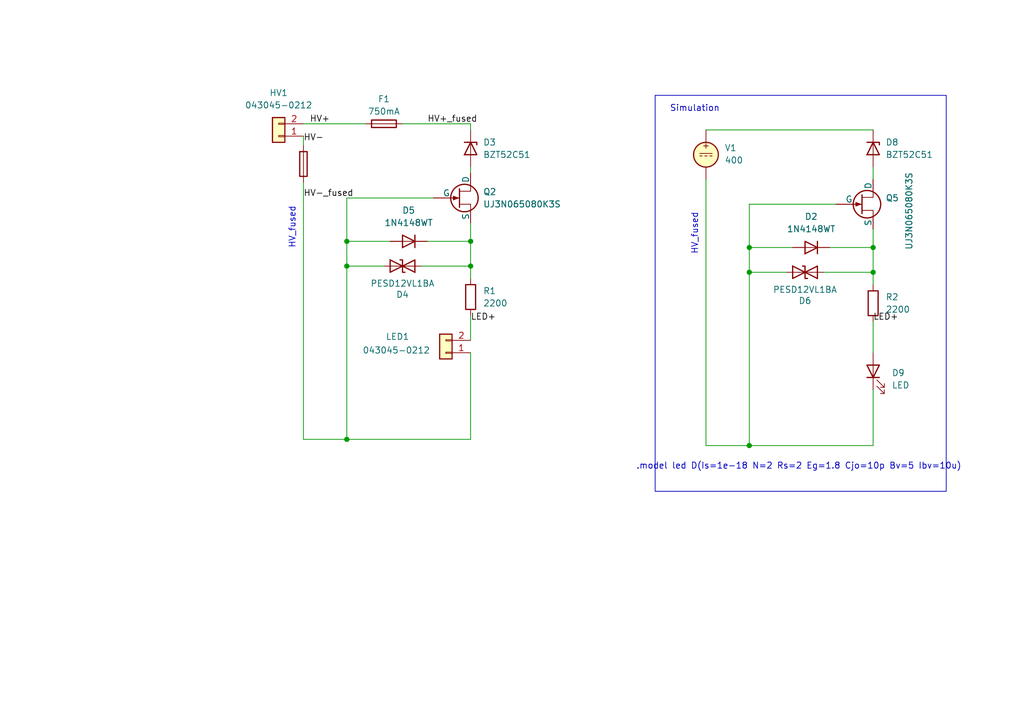
<source format=kicad_sch>
(kicad_sch (version 20250114) (generator "eeschema") (generator_version "9.0")
  (paper "A5")
  (lib_symbols
    (symbol "Connector_Generic:Conn_01x02" (pin_names (offset 1.016) (hide yes))
      (property "Reference" "J" (at 0 2.54 0))
      (property "Value" "Conn_01x02" (at 0 -5.08 0))
      (symbol "Conn_01x02_1_1"
        (rectangle (start -1.27 1.27) (end 1.27 -3.81) (stroke (width 0.254)) (fill (type background)))
        (rectangle (start -1.27 0.127) (end 0 -0.127) (stroke (width 0.1524)))
        (rectangle (start -1.27 -2.413) (end 0 -2.667) (stroke (width 0.1524)))
        (pin passive line (at -5.08 0 0) (length 3.81) (name "Pin_1") (number "1"))
        (pin passive line (at -5.08 -2.54 0) (length 3.81) (name "Pin_2") (number "2"))
      )
    )
    (symbol "Device:Fuse" (pin_numbers (hide yes)) (pin_names (offset 0))
      (property "Reference" "F" (at 2.032 0 90))
      (property "Value" "Fuse" (at -1.905 0 90))
      (symbol "Fuse_0_1"
        (rectangle (start -0.762 -2.54) (end 0.762 2.54) (stroke (width 0.254)))
        (polyline (pts (xy 0 2.54) (xy 0 -2.54)))
      )
      (symbol "Fuse_1_1"
        (pin passive line (at 0 3.81 270) (length 1.27) (name "~") (number "1"))
        (pin passive line (at 0 -3.81 90) (length 1.27) (name "~") (number "2"))
      )
    )
    (symbol "Device:LED" (pin_numbers (hide yes)) (pin_names (offset 1.016) (hide yes))
      (property "Reference" "D" (at 0 2.54 0))
      (property "Value" "LED" (at 0 -2.54 0))
      (symbol "LED_0_1"
        (polyline (pts (xy -3.048 -0.762) (xy -4.572 -2.286) (xy -3.81 -2.286) (xy -4.572 -2.286) (xy -4.572 -1.524)))
        (polyline (pts (xy -1.778 -0.762) (xy -3.302 -2.286) (xy -2.54 -2.286) (xy -3.302 -2.286) (xy -3.302 -1.524)))
        (polyline (pts (xy -1.27 0) (xy 1.27 0)))
        (polyline (pts (xy -1.27 -1.27) (xy -1.27 1.27)) (stroke (width 0.254)))
        (polyline (pts (xy 1.27 -1.27) (xy 1.27 1.27) (xy -1.27 0) (xy 1.27 -1.27)) (stroke (width 0.254)))
      )
      (symbol "LED_1_1"
        (pin passive line (at -3.81 0 0) (length 2.54) (name "K") (number "1"))
        (pin passive line (at 3.81 0 180) (length 2.54) (name "A") (number "2"))
      )
    )
    (symbol "Device:R" (pin_numbers (hide yes)) (pin_names (offset 0))
      (property "Reference" "R" (at 2.032 0 90))
      (property "Value" "R" (at 0 0 90))
      (symbol "R_0_1"
        (rectangle (start -1.016 -2.54) (end 1.016 2.54) (stroke (width 0.254)))
      )
      (symbol "R_1_1"
        (pin passive line (at 0 3.81 270) (length 1.27) (name "~") (number "1"))
        (pin passive line (at 0 -3.81 90) (length 1.27) (name "~") (number "2"))
      )
    )
    (symbol "Diode:1.5KExxCA" (pin_numbers (hide yes)) (pin_names (offset 1.016) (hide yes))
      (property "Reference" "D" (at 0 2.54 0))
      (property "Value" "1.5KExxCA" (at 0 -2.54 0))
      (symbol "1.5KExxCA_0_1"
        (polyline (pts (xy -2.54 -1.27) (xy 0 0) (xy -2.54 1.27) (xy -2.54 -1.27)) (stroke (width 0.254)))
        (polyline (pts (xy 0.508 1.27) (xy 0 1.27) (xy 0 -1.27) (xy -0.508 -1.27)) (stroke (width 0.254)))
        (polyline (pts (xy 1.27 0) (xy -1.27 0)))
        (polyline (pts (xy 2.54 1.27) (xy 2.54 -1.27) (xy 0 0) (xy 2.54 1.27)) (stroke (width 0.254)))
      )
      (symbol "1.5KExxCA_1_1"
        (pin passive line (at -3.81 0 0) (length 2.54) (name "A1") (number "1"))
        (pin passive line (at 3.81 0 180) (length 2.54) (name "A2") (number "2"))
      )
    )
    (symbol "Diode:1N4148WT" (pin_numbers (hide yes)) (pin_names (hide yes))
      (property "Reference" "D" (at 0 2.54 0))
      (property "Value" "1N4148WT" (at 0 -2.54 0))
      (symbol "1N4148WT_0_1"
        (polyline (pts (xy -1.27 1.27) (xy -1.27 -1.27)) (stroke (width 0.254)))
        (polyline (pts (xy 1.27 1.27) (xy 1.27 -1.27) (xy -1.27 0) (xy 1.27 1.27)) (stroke (width 0.254)))
        (polyline (pts (xy 1.27 0) (xy -1.27 0)))
      )
      (symbol "1N4148WT_1_1"
        (pin passive line (at -3.81 0 0) (length 2.54) (name "K") (number "1"))
        (pin passive line (at 3.81 0 180) (length 2.54) (name "A") (number "2"))
      )
    )
    (symbol "Diode:BZT52Bxx" (pin_numbers (hide yes)) (pin_names (hide yes))
      (property "Reference" "D" (at 0 2.54 0))
      (property "Value" "BZT52Bxx" (at 0 -2.54 0))
      (symbol "BZT52Bxx_0_1"
        (polyline (pts (xy -1.27 -1.27) (xy -1.27 1.27) (xy -0.762 1.27)) (stroke (width 0.254)))
        (polyline (pts (xy 1.27 0) (xy -1.27 0)))
        (polyline (pts (xy 1.27 -1.27) (xy 1.27 1.27) (xy -1.27 0) (xy 1.27 -1.27)) (stroke (width 0.254)))
      )
      (symbol "BZT52Bxx_1_1"
        (pin passive line (at -3.81 0 0) (length 2.54) (name "K") (number "1"))
        (pin passive line (at 3.81 0 180) (length 2.54) (name "A") (number "2"))
      )
    )
    (symbol "Simulation_SPICE:NJFET" (pin_numbers (hide yes)) (pin_names (offset 0))
      (property "Reference" "Q2" (at 5.715 1.27 0))
      (property "Value" "UJ3N120035K3S" (at 5.715 -1.27 0))
      (symbol "NJFET_0_1"
        (polyline (pts (xy 0 0) (xy -1.016 0.381) (xy -1.016 -0.381) (xy 0 0)) (fill (type outline)))
        (polyline (pts (xy 0.254 1.905) (xy 0.254 -1.905) (xy 0.254 -1.905)) (stroke (width 0.254)))
        (circle (center 1.27 0) (radius 2.8194) (stroke (width 0.254)))
        (polyline (pts (xy 2.54 2.54) (xy 2.54 1.397) (xy 0.254 1.397)))
        (polyline (pts (xy 2.54 -2.54) (xy 2.54 -1.27) (xy 0.254 -1.27)))
      )
      (symbol "NJFET_1_1"
        (pin input line (at -5.08 0 0) (length 5.334) (name "G") (number "1"))
        (pin passive line (at 2.54 5.08 270) (length 2.54) (name "D") (number "2"))
        (pin passive line (at 2.54 -5.08 90) (length 2.54) (name "S") (number "3"))
      )
    )
    (symbol "Simulation_SPICE:VDC" (pin_numbers (hide yes)) (pin_names (offset 0.0254))
      (property "Reference" "V" (at 2.54 2.54 0))
      (property "Value" "1" (at 2.54 0 0))
      (symbol "VDC_0_0"
        (polyline (pts (xy -1.27 0.254) (xy 1.27 0.254)))
        (polyline (pts (xy -0.762 -0.254) (xy -1.27 -0.254)))
        (polyline (pts (xy 0.254 -0.254) (xy -0.254 -0.254)))
        (polyline (pts (xy 1.27 -0.254) (xy 0.762 -0.254)))
        (text "+" (at 0 1.905 0) (effects (font (size 1.27 1.27))))
      )
      (symbol "VDC_0_1"
        (circle (center 0 0) (radius 2.54) (stroke (width 0.254)) (fill (type background)))
      )
      (symbol "VDC_1_1"
        (pin passive line (at 0 5.08 270) (length 2.54) (name "~") (number "1"))
        (pin passive line (at 0 -5.08 90) (length 2.54) (name "~") (number "2"))
      )
    )
  )
  (rectangle (start 134.366 19.558) (end 194.056 100.838))
  (text "HV_fused" (at 59.944 46.736 90) (effects (font (size 1.27 1.27))))
  (text ".model led D(Is=1e-18 N=2 Rs=2 Eg=1.8 Cjo=10p Bv=5 Ibv=10u)" (at 163.83 95.758 0) (effects (font (size 1.27 1.27))))
  (text "HV_fused" (at 142.494 48.006 90) (effects (font (size 1.27 1.27))))
  (text "Simulation" (at 142.494 22.352 0) (effects (font (size 1.27 1.27))))
  (junction (at 179.07 50.8))
  (junction (at 153.67 91.44))
  (junction (at 71.12 90.17))
  (junction (at 71.12 49.53))
  (junction (at 179.07 55.88))
  (junction (at 96.52 49.53))
  (junction (at 153.67 55.88))
  (junction (at 71.12 54.61))
  (junction (at 153.67 50.8))
  (junction (at 96.52 54.61))
  (wire (pts (xy 71.12 49.53) (xy 71.12 54.61)))
  (wire (pts (xy 62.23 37.465) (xy 62.23 90.17)))
  (wire (pts (xy 71.12 54.61) (xy 78.74 54.61)))
  (wire (pts (xy 153.67 50.8) (xy 162.56 50.8)))
  (wire (pts (xy 96.52 49.53) (xy 96.52 54.61)))
  (wire (pts (xy 62.23 29.845) (xy 62.23 27.94)))
  (wire (pts (xy 71.12 49.53) (xy 80.01 49.53)))
  (wire (pts (xy 144.78 36.83) (xy 144.78 91.44)))
  (wire (pts (xy 179.07 80.01) (xy 179.07 91.44)))
  (wire (pts (xy 153.67 41.91) (xy 171.45 41.91)))
  (wire (pts (xy 96.52 90.17) (xy 71.12 90.17)))
  (wire (pts (xy 96.52 72.39) (xy 96.52 90.17)))
  (wire (pts (xy 96.52 64.77) (xy 96.52 69.85)))
  (wire (pts (xy 62.23 25.4) (xy 74.93 25.4)))
  (wire (pts (xy 96.52 45.72) (xy 96.52 49.53)))
  (wire (pts (xy 153.67 41.91) (xy 153.67 50.8)))
  (wire (pts (xy 71.12 40.64) (xy 71.12 49.53)))
  (wire (pts (xy 153.67 50.8) (xy 153.67 55.88)))
  (wire (pts (xy 179.07 34.29) (xy 179.07 36.83)))
  (wire (pts (xy 179.07 50.8) (xy 179.07 55.88)))
  (wire (pts (xy 179.07 55.88) (xy 179.07 58.42)))
  (wire (pts (xy 153.67 91.44) (xy 144.78 91.44)))
  (wire (pts (xy 179.07 66.04) (xy 179.07 72.39)))
  (wire (pts (xy 96.52 54.61) (xy 86.36 54.61)))
  (wire (pts (xy 96.52 35.56) (xy 96.52 34.29)))
  (wire (pts (xy 96.52 25.4) (xy 96.52 26.67)))
  (wire (pts (xy 71.12 40.64) (xy 88.9 40.64)))
  (wire (pts (xy 87.63 49.53) (xy 96.52 49.53)))
  (wire (pts (xy 82.55 25.4) (xy 96.52 25.4)))
  (wire (pts (xy 153.67 55.88) (xy 161.29 55.88)))
  (wire (pts (xy 144.78 26.67) (xy 179.07 26.67)))
  (wire (pts (xy 153.67 55.88) (xy 153.67 91.44)))
  (wire (pts (xy 179.07 46.99) (xy 179.07 50.8)))
  (wire (pts (xy 71.12 54.61) (xy 71.12 90.17)))
  (wire (pts (xy 168.91 55.88) (xy 179.07 55.88)))
  (wire (pts (xy 170.18 50.8) (xy 179.07 50.8)))
  (wire (pts (xy 96.52 54.61) (xy 96.52 57.15)))
  (wire (pts (xy 71.12 90.17) (xy 62.23 90.17)))
  (wire (pts (xy 153.67 91.44) (xy 179.07 91.44)))
  (label "HV+_fused" (at 87.63 25.4 0))
  (label "LED+" (at 96.52 66.04 0))
  (label "HV-_fused" (at 62.23 40.64 0))
  (label "HV+" (at 63.5 25.4 0))
  (label "LED+" (at 179.07 66.04 0))
  (label "HV-" (at 62.23 29.21 0))
  (symbol (lib_id "Diode:1N4148WT") (at 83.82 49.53 180) (unit 1) (exclude_from_sim yes)
    (property "Reference" "D5" (at 83.82 43.18 0))
    (property "Value" "1N4148WT" (at 83.82 45.72 0))
    (property "Footprint" "Diode_SMD:D_SOD-523" (effects (hide yes)))
    (property "Datasheet" "https://www.diodes.com/assets/Datasheets/ds30396.pdf" (effects (hide yes)))
    (property "Description" "75V 0.15A Fast switching Diode, SOD-523" (effects (hide yes)))
    (property "Sim.Device" "D" (effects (hide yes)))
    (property "Sim.Pins" "1=K 2=A" (effects (hide yes)))
  )
  (symbol (lib_id "Connector_Generic:Conn_01x02") (at 91.44 72.39 180) (unit 1) (exclude_from_sim yes)
    (property "Reference" "LED1" (at 81.534 69.088 0))
    (property "Value" "043045-0212" (at 81.28 71.882 0))
    (property "Footprint" "Connector_Molex:Molex_Micro-Fit_3.0_43045-0212_2x01_P3.00mm_Vertical" (effects (hide yes)))
  )
  (symbol (lib_id "Simulation_SPICE:NJFET") (at 176.53 41.91 0) (unit 1) (in_bom no) (on_board no)
    (property "Reference" "Q5" (at 181.61 40.6399 0) (effects (justify left)))
    (property "Value" "UJ3N065080K3S" (at 186.436 51.308 90) (effects (justify left)))
    (property "Footprint" "Package_TO_SOT_THT:TO-247-3_Horizontal_TabDown" (effects (hide yes)))
    (property "Sim.Device" "SPICE" (effects (hide yes)))
    (property "Sim.Params" "type=\"X\" model=\"UJ3N065080K3S\" lib=\"UJ3N065080K3S.lib\"" (effects (hide yes)))
    (property "Sim.Pins" "2=1 1=2 3=3" (effects (hide yes)))
  )
  (symbol (lib_id "Device:LED") (at 179.07 76.2 90) (unit 1) (in_bom no) (on_board no)
    (property "Reference" "D9" (at 182.88 76.5174 90) (effects (justify right)))
    (property "Value" "LED" (at 182.88 79.0574 90) (effects (justify right)))
    (property "Description" "Light emitting diode" (effects (hide yes)))
    (property "Sim.Device" "SPICE" (effects (hide yes)))
    (property "Sim.Params" "type=\"D\" model=\"led\" " (effects (hide yes)))
    (property "Sim.Pins" "2=1 1=2" (effects (hide yes)))
  )
  (symbol (lib_id "Device:R") (at 96.52 60.96 0) (unit 1) (exclude_from_sim yes)
    (property "Reference" "R1" (at 99.06 59.6899 0) (effects (justify left)))
    (property "Value" "2200" (at 99.06 62.2299 0) (effects (justify left)))
    (property "Footprint" "Resistor_SMD:R_0805_2012Metric_Pad1.20x1.40mm_HandSolder" (effects (hide yes)))
  )
  (symbol (lib_id "Diode:BZT52Bxx") (at 179.07 30.48 270) (unit 1) (in_bom no) (on_board no)
    (property "Reference" "D8" (at 181.61 29.2099 90) (effects (justify left)))
    (property "Value" "BZT52C51" (at 181.61 31.7499 90) (effects (justify left)))
    (property "Footprint" "Diode_SMD:D_SOD-123F" (effects (hide yes)))
    (property "Datasheet" "https://diotec.com/tl_files/diotec/files/pdf/datasheets/bzt52b2v4.pdf" (effects (hide yes)))
    (property "Description" "500mW Zener Diode, SOD-123F" (effects (hide yes)))
    (property "Sim.Device" "SPICE" (effects (hide yes)))
    (property "Sim.Params" "type=\"X\" model=\"DI_BZT52C51S\" lib=\"BZT52C51.lib\"" (effects (hide yes)))
    (property "Sim.Pins" "1=2 2=1" (effects (hide yes)))
  )
  (symbol (lib_id "Device:Fuse") (at 78.74 25.4 90) (unit 1) (exclude_from_sim yes)
    (property "Reference" "F1" (at 78.74 20.32 90))
    (property "Value" "750mA" (at 78.74 22.86 90))
    (property "Footprint" "Fuse:Fuse_1206_3216Metric_Pad1.42x1.75mm_HandSolder" (effects (hide yes)))
  )
  (symbol (lib_id "Diode:BZT52Bxx") (at 96.52 30.48 270) (unit 1) (exclude_from_sim yes)
    (property "Reference" "D3" (at 99.06 29.2099 90) (effects (justify left)))
    (property "Value" "BZT52C51" (at 99.06 31.7499 90) (effects (justify left)))
    (property "Footprint" "Diode_SMD:D_SOD-123F" (effects (hide yes)))
    (property "Datasheet" "https://diotec.com/tl_files/diotec/files/pdf/datasheets/bzt52b2v4.pdf" (effects (hide yes)))
    (property "Description" "500mW Zener Diode, SOD-123F" (effects (hide yes)))
  )
  (symbol (lib_id "Connector_Generic:Conn_01x02") (at 57.15 27.94 180) (unit 1) (exclude_from_sim yes)
    (property "Reference" "HV1" (at 57.15 19.05 0))
    (property "Value" "043045-0212" (at 57.15 21.59 0))
    (property "Footprint" "Connector_Molex:Molex_Micro-Fit_3.0_43045-0212_2x01_P3.00mm_Vertical" (effects (hide yes)))
  )
  (symbol (lib_id "Simulation_SPICE:VDC") (at 144.78 31.75 0) (unit 1) (in_bom no) (on_board no)
    (property "Reference" "V1" (at 148.59 30.3501 0) (effects (justify left)))
    (property "Value" "400" (at 148.59 32.8901 0) (effects (justify left)))
    (property "Datasheet" "https://ngspice.sourceforge.io/docs/ngspice-html-manual/manual.xhtml#sec_Independent_Sources_for" (effects (hide yes)))
    (property "Description" "Voltage source, DC" (effects (hide yes)))
    (property "Sim.Pins" "1=+ 2=-" (effects (hide yes)))
    (property "Sim.Type" "DC" (effects (hide yes)))
    (property "Sim.Device" "V" (effects (hide yes)))
  )
  (symbol (lib_id "Device:Fuse") (at 62.23 33.655 180) (unit 1) (exclude_from_sim yes)
    (property "Reference" "F2" (effects (hide yes)))
    (property "Value" "750mA" (effects (hide yes)))
    (property "Footprint" "Fuse:Fuse_1206_3216Metric_Pad1.42x1.75mm_HandSolder" (effects (hide yes)))
  )
  (symbol (lib_id "Diode:1N4148WT") (at 166.37 50.8 180) (unit 1) (in_bom no) (on_board no)
    (property "Reference" "D2" (at 166.37 44.45 0))
    (property "Value" "1N4148WT" (at 166.37 46.99 0))
    (property "Footprint" "Diode_SMD:D_SOD-523" (effects (hide yes)))
    (property "Datasheet" "https://www.diodes.com/assets/Datasheets/ds30396.pdf" (effects (hide yes)))
    (property "Description" "75V 0.15A Fast switching Diode, SOD-523" (effects (hide yes)))
    (property "Sim.Device" "D" (effects (hide yes)))
    (property "Sim.Pins" "1=K 2=A" (effects (hide yes)))
  )
  (symbol (lib_id "Simulation_SPICE:NJFET") (at 93.98 40.64 0) (unit 1) (exclude_from_sim yes)
    (property "Reference" "Q2" (at 99.06 39.3699 0) (effects (justify left)))
    (property "Value" "UJ3N065080K3S" (at 99.06 41.9099 0) (effects (justify left)))
    (property "Footprint" "Package_TO_SOT_THT:TO-247-3_Horizontal_TabDown" (effects (hide yes)))
    (property "Sim.Device" "NJFET" (effects (hide yes)))
    (property "Sim.Type" "SHICHMANHODGES" (effects (hide yes)))
    (property "Sim.Pins" "1=D 2=G 3=S" (effects (hide yes)))
  )
  (symbol (lib_id "Diode:1.5KExxCA") (at 165.1 55.88 0) (mirror x) (unit 1) (in_bom no) (on_board no)
    (property "Reference" "D6" (at 165.1 61.722 0))
    (property "Value" "PESD12VL1BA" (at 165.1 59.436 0))
    (property "Footprint" "Diode_SMD:D_SOD-323" (effects (hide yes)))
    (property "Datasheet" "https://www.vishay.com/docs/88301/15ke.pdf" (effects (hide yes)))
    (property "Description" "1500W bidirectional TVS diode, DO-201AE" (effects (hide yes)))
    (property "Sim.Device" "SPICE" (effects (hide yes)))
    (property "Sim.Params" "type=\"X\" model=\"PESD12VL1BA\" lib=\"PESD12VL1BA.lib\"" (effects (hide yes)))
    (property "Sim.Pins" "1=1 2=2" (effects (hide yes)))
  )
  (symbol (lib_id "Device:R") (at 179.07 62.23 0) (unit 1) (in_bom no) (on_board no)
    (property "Reference" "R2" (at 181.61 60.9599 0) (effects (justify left)))
    (property "Value" "2200" (at 181.61 63.4999 0) (effects (justify left)))
    (property "Footprint" "Resistor_SMD:R_0805_2012Metric_Pad1.20x1.40mm_HandSolder" (effects (hide yes)))
  )
  (symbol (lib_id "Diode:1.5KExxCA") (at 82.55 54.61 0) (mirror x) (unit 1) (exclude_from_sim yes)
    (property "Reference" "D4" (at 82.55 60.452 0))
    (property "Value" "PESD12VL1BA" (at 82.55 58.166 0))
    (property "Footprint" "Diode_SMD:D_SOD-323" (effects (hide yes)))
    (property "Datasheet" "https://www.vishay.com/docs/88301/15ke.pdf" (effects (hide yes)))
    (property "Description" "1500W bidirectional TVS diode, DO-201AE" (effects (hide yes)))
  )
)
</source>
